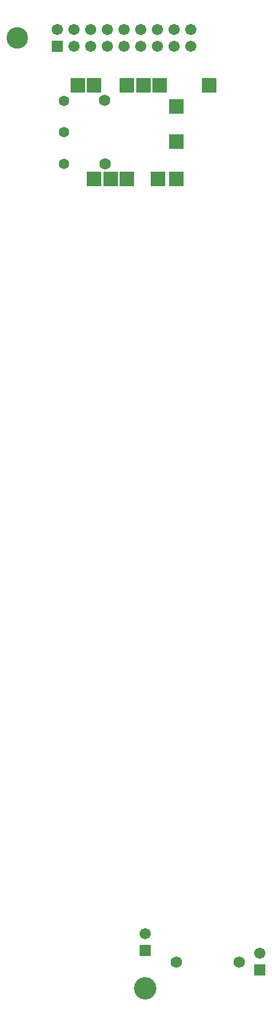
<source format=gbs>
G04 Layer_Color=16711935*
%FSAX25Y25*%
%MOIN*%
G70*
G01*
G75*
%ADD29C,0.13398*%
%ADD30C,0.06706*%
%ADD31R,0.06706X0.06706*%
%ADD32C,0.06312*%
%ADD33R,0.08674X0.08674*%
%ADD34C,0.06902*%
%ADD35C,0.12897*%
%ADD36R,0.06706X0.06706*%
D29*
X0845177Y0333484D02*
D03*
D30*
X0913878Y0354547D02*
D03*
X0845177Y0366319D02*
D03*
X0802421Y0896712D02*
D03*
X0812421D02*
D03*
X0822421D02*
D03*
X0832421D02*
D03*
X0842421D02*
D03*
X0852421D02*
D03*
X0862421D02*
D03*
X0872421D02*
D03*
X0792421Y0906713D02*
D03*
X0802421D02*
D03*
X0812421D02*
D03*
X0822421D02*
D03*
X0832421D02*
D03*
X0842421D02*
D03*
X0852421D02*
D03*
X0862421D02*
D03*
X0872421D02*
D03*
D31*
X0913878Y0344547D02*
D03*
X0845177Y0356319D02*
D03*
D32*
X0796281Y0826483D02*
D03*
Y0864283D02*
D03*
Y0845381D02*
D03*
D33*
X0853824Y0873483D02*
D03*
X0824281Y0817383D02*
D03*
X0863681D02*
D03*
X0834081D02*
D03*
X0852581D02*
D03*
X0863681Y0839783D02*
D03*
Y0860983D02*
D03*
X0883381Y0873483D02*
D03*
X0843981D02*
D03*
X0834081D02*
D03*
X0814481D02*
D03*
X0804581D02*
D03*
X0814481Y0817383D02*
D03*
D34*
X0821033Y0826635D02*
D03*
X0820836Y0864529D02*
D03*
X0901525Y0349232D02*
D03*
X0863632Y0349035D02*
D03*
D35*
X0768405Y0901831D02*
D03*
D36*
X0792421Y0896712D02*
D03*
M02*

</source>
